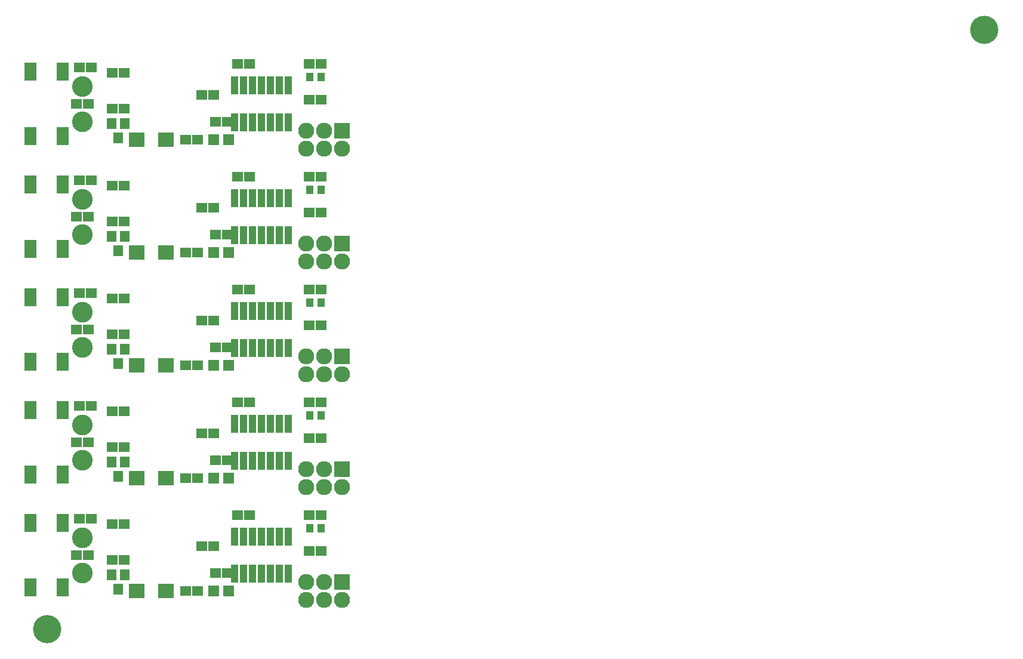
<source format=gbr>
G04 #@! TF.FileFunction,Soldermask,Top*
%FSLAX46Y46*%
G04 Gerber Fmt 4.6, Leading zero omitted, Abs format (unit mm)*
G04 Created by KiCad (PCBNEW (2015-09-30 BZR 6232)-product) date Fri 09 Oct 2015 11:18:26 AM EEST*
%MOMM*%
G01*
G04 APERTURE LIST*
%ADD10C,0.100000*%
%ADD11R,1.500000X1.400000*%
%ADD12C,4.000000*%
%ADD13R,1.600000X1.600000*%
%ADD14R,2.200000X2.100000*%
%ADD15R,1.009600X2.609800*%
%ADD16R,1.000000X1.200000*%
%ADD17R,2.279600X2.279600*%
%ADD18C,2.279600*%
%ADD19C,2.940000*%
%ADD20R,1.797000X2.508200*%
%ADD21R,1.416000X1.543000*%
G04 APERTURE END LIST*
D10*
D11*
X48572100Y-42794100D03*
X50272100Y-42794100D03*
X53271100Y-43556100D03*
X54971100Y-43556100D03*
X48191100Y-48001100D03*
X49891100Y-48001100D03*
D12*
X177000000Y-37500000D03*
D13*
X69776100Y-53081100D03*
X67676100Y-53081100D03*
D14*
X56770100Y-53081100D03*
X60870100Y-53081100D03*
D15*
X70631100Y-50604600D03*
X70631100Y-45397600D03*
X71901100Y-50604600D03*
X73171100Y-50604600D03*
X71901100Y-45397600D03*
X73171100Y-45397600D03*
X74441100Y-50604600D03*
X74441100Y-45397600D03*
X75711100Y-50604600D03*
X76981100Y-50604600D03*
X75711100Y-45397600D03*
X76981100Y-45397600D03*
X78251100Y-50604600D03*
X78251100Y-45397600D03*
D16*
X81261100Y-44191100D03*
X82861100Y-44191100D03*
D17*
X85871100Y-51811100D03*
D18*
X85871100Y-54351100D03*
X83331100Y-51811100D03*
X83331100Y-54351100D03*
X80791100Y-51811100D03*
X80791100Y-54351100D03*
D19*
X49041100Y-45501100D03*
X49041100Y-50501100D03*
D20*
X41700500Y-52547700D03*
X41700500Y-43454500D03*
X46221700Y-43432700D03*
X46221700Y-52547700D03*
D21*
X54121100Y-52827100D03*
X53171100Y-50795100D03*
X55071100Y-50795100D03*
D11*
X53271100Y-48636100D03*
X54971100Y-48636100D03*
X69576100Y-50541100D03*
X67876100Y-50541100D03*
X67671100Y-46731100D03*
X65971100Y-46731100D03*
X82911100Y-47366100D03*
X81211100Y-47366100D03*
X81211100Y-42286100D03*
X82911100Y-42286100D03*
X72751100Y-42286100D03*
X71051100Y-42286100D03*
X65385100Y-53081100D03*
X63685100Y-53081100D03*
D13*
X69776100Y-69081100D03*
X67676100Y-69081100D03*
D14*
X56770100Y-69081100D03*
X60870100Y-69081100D03*
D15*
X70631100Y-66604600D03*
X70631100Y-61397600D03*
X71901100Y-66604600D03*
X73171100Y-66604600D03*
X71901100Y-61397600D03*
X73171100Y-61397600D03*
X74441100Y-66604600D03*
X74441100Y-61397600D03*
X75711100Y-66604600D03*
X76981100Y-66604600D03*
X75711100Y-61397600D03*
X76981100Y-61397600D03*
X78251100Y-66604600D03*
X78251100Y-61397600D03*
D16*
X81261100Y-60191100D03*
X82861100Y-60191100D03*
D17*
X85871100Y-67811100D03*
D18*
X85871100Y-70351100D03*
X83331100Y-67811100D03*
X83331100Y-70351100D03*
X80791100Y-67811100D03*
X80791100Y-70351100D03*
D19*
X49041100Y-61501100D03*
X49041100Y-66501100D03*
D20*
X41700500Y-68547700D03*
X41700500Y-59454500D03*
X46221700Y-59432700D03*
X46221700Y-68547700D03*
D21*
X54121100Y-68827100D03*
X53171100Y-66795100D03*
X55071100Y-66795100D03*
D11*
X53271100Y-64636100D03*
X54971100Y-64636100D03*
X48191100Y-64001100D03*
X49891100Y-64001100D03*
X69576100Y-66541100D03*
X67876100Y-66541100D03*
X48572100Y-58794100D03*
X50272100Y-58794100D03*
X67671100Y-62731100D03*
X65971100Y-62731100D03*
X82911100Y-63366100D03*
X81211100Y-63366100D03*
X81211100Y-58286100D03*
X82911100Y-58286100D03*
X72751100Y-58286100D03*
X71051100Y-58286100D03*
X65385100Y-69081100D03*
X63685100Y-69081100D03*
X53271100Y-59556100D03*
X54971100Y-59556100D03*
D13*
X69776100Y-85081100D03*
X67676100Y-85081100D03*
D14*
X56770100Y-85081100D03*
X60870100Y-85081100D03*
D15*
X70631100Y-82604600D03*
X70631100Y-77397600D03*
X71901100Y-82604600D03*
X73171100Y-82604600D03*
X71901100Y-77397600D03*
X73171100Y-77397600D03*
X74441100Y-82604600D03*
X74441100Y-77397600D03*
X75711100Y-82604600D03*
X76981100Y-82604600D03*
X75711100Y-77397600D03*
X76981100Y-77397600D03*
X78251100Y-82604600D03*
X78251100Y-77397600D03*
D16*
X81261100Y-76191100D03*
X82861100Y-76191100D03*
D17*
X85871100Y-83811100D03*
D18*
X85871100Y-86351100D03*
X83331100Y-83811100D03*
X83331100Y-86351100D03*
X80791100Y-83811100D03*
X80791100Y-86351100D03*
D19*
X49041100Y-77501100D03*
X49041100Y-82501100D03*
D20*
X41700500Y-84547700D03*
X41700500Y-75454500D03*
X46221700Y-75432700D03*
X46221700Y-84547700D03*
D21*
X54121100Y-84827100D03*
X53171100Y-82795100D03*
X55071100Y-82795100D03*
D11*
X53271100Y-80636100D03*
X54971100Y-80636100D03*
X48191100Y-80001100D03*
X49891100Y-80001100D03*
X69576100Y-82541100D03*
X67876100Y-82541100D03*
X48572100Y-74794100D03*
X50272100Y-74794100D03*
X67671100Y-78731100D03*
X65971100Y-78731100D03*
X82911100Y-79366100D03*
X81211100Y-79366100D03*
X81211100Y-74286100D03*
X82911100Y-74286100D03*
X72751100Y-74286100D03*
X71051100Y-74286100D03*
X65385100Y-85081100D03*
X63685100Y-85081100D03*
X53271100Y-75556100D03*
X54971100Y-75556100D03*
D13*
X69776100Y-101081100D03*
X67676100Y-101081100D03*
D14*
X56770100Y-101081100D03*
X60870100Y-101081100D03*
D15*
X70631100Y-98604600D03*
X70631100Y-93397600D03*
X71901100Y-98604600D03*
X73171100Y-98604600D03*
X71901100Y-93397600D03*
X73171100Y-93397600D03*
X74441100Y-98604600D03*
X74441100Y-93397600D03*
X75711100Y-98604600D03*
X76981100Y-98604600D03*
X75711100Y-93397600D03*
X76981100Y-93397600D03*
X78251100Y-98604600D03*
X78251100Y-93397600D03*
D16*
X81261100Y-92191100D03*
X82861100Y-92191100D03*
D17*
X85871100Y-99811100D03*
D18*
X85871100Y-102351100D03*
X83331100Y-99811100D03*
X83331100Y-102351100D03*
X80791100Y-99811100D03*
X80791100Y-102351100D03*
D19*
X49041100Y-93501100D03*
X49041100Y-98501100D03*
D20*
X41700500Y-100547700D03*
X41700500Y-91454500D03*
X46221700Y-91432700D03*
X46221700Y-100547700D03*
D21*
X54121100Y-100827100D03*
X53171100Y-98795100D03*
X55071100Y-98795100D03*
D11*
X53271100Y-96636100D03*
X54971100Y-96636100D03*
X48191100Y-96001100D03*
X49891100Y-96001100D03*
X69576100Y-98541100D03*
X67876100Y-98541100D03*
X48572100Y-90794100D03*
X50272100Y-90794100D03*
X67671100Y-94731100D03*
X65971100Y-94731100D03*
X82911100Y-95366100D03*
X81211100Y-95366100D03*
X81211100Y-90286100D03*
X82911100Y-90286100D03*
X72751100Y-90286100D03*
X71051100Y-90286100D03*
X65385100Y-101081100D03*
X63685100Y-101081100D03*
X53271100Y-91556100D03*
X54971100Y-91556100D03*
D13*
X69776100Y-117081100D03*
X67676100Y-117081100D03*
D14*
X56770100Y-117081100D03*
X60870100Y-117081100D03*
D15*
X70631100Y-114604600D03*
X70631100Y-109397600D03*
X71901100Y-114604600D03*
X73171100Y-114604600D03*
X71901100Y-109397600D03*
X73171100Y-109397600D03*
X74441100Y-114604600D03*
X74441100Y-109397600D03*
X75711100Y-114604600D03*
X76981100Y-114604600D03*
X75711100Y-109397600D03*
X76981100Y-109397600D03*
X78251100Y-114604600D03*
X78251100Y-109397600D03*
D16*
X81261100Y-108191100D03*
X82861100Y-108191100D03*
D17*
X85871100Y-115811100D03*
D18*
X85871100Y-118351100D03*
X83331100Y-115811100D03*
X83331100Y-118351100D03*
X80791100Y-115811100D03*
X80791100Y-118351100D03*
D19*
X49041100Y-109501100D03*
X49041100Y-114501100D03*
D20*
X41700500Y-116547700D03*
X41700500Y-107454500D03*
X46221700Y-107432700D03*
X46221700Y-116547700D03*
D21*
X54121100Y-116827100D03*
X53171100Y-114795100D03*
X55071100Y-114795100D03*
D11*
X53271100Y-112636100D03*
X54971100Y-112636100D03*
X48191100Y-112001100D03*
X49891100Y-112001100D03*
X69576100Y-114541100D03*
X67876100Y-114541100D03*
X48572100Y-106794100D03*
X50272100Y-106794100D03*
X67671100Y-110731100D03*
X65971100Y-110731100D03*
X82911100Y-111366100D03*
X81211100Y-111366100D03*
X81211100Y-106286100D03*
X82911100Y-106286100D03*
X72751100Y-106286100D03*
X71051100Y-106286100D03*
X65385100Y-117081100D03*
X63685100Y-117081100D03*
X53271100Y-107556100D03*
X54971100Y-107556100D03*
D12*
X44000000Y-122500000D03*
M02*

</source>
